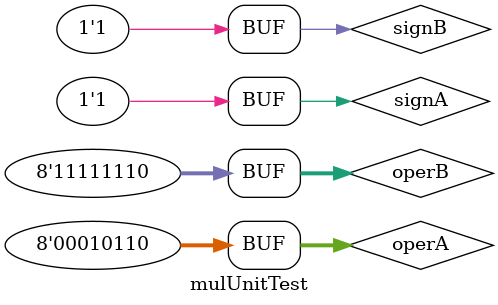
<source format=sv>
module mulUnitTest;
 logic  [7:0] operA,operB;
 logic signA,signB;
 logic [15:0] out;
 logic overflow,sign;
 mulUnit UUT(operA,operB,signA,signB,out,overflow,sign);
 
 initial
 begin
 operA = 8'b11111111;
 operB = 8'b11111111;
 signA = 0;
 signB = 0;
 #10;
  operA = 2;
 operB = 5;
 signA = 0;
 signB = 0;
 #10;
  operA =-2;
 operB = 2;
 signA = 1;
 signB = 0;
 #10;
  operA =-2;
 operB =-2;
 signA = 1;
 signB = 1;
 #10;
 operA = - 234;
 operB =-2;
 signA = 1;
 signB = 1;
 #10;
 end
endmodule 
</source>
